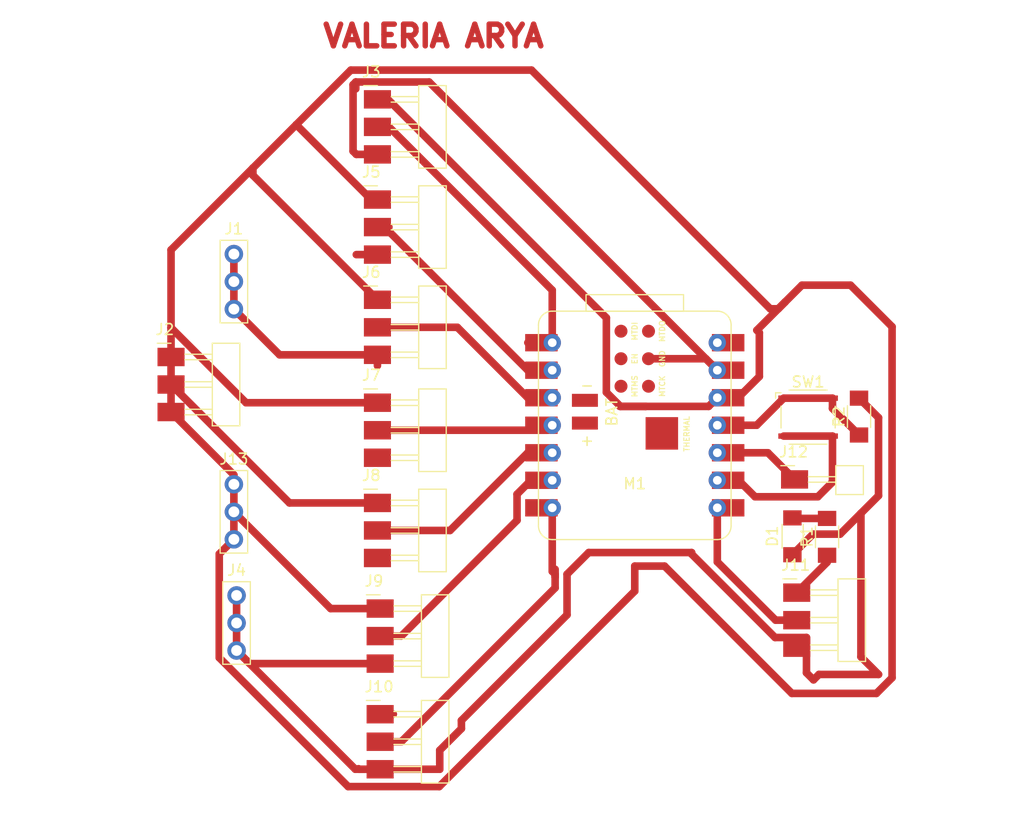
<source format=kicad_pcb>
(kicad_pcb (version 20240108) (generator "pcbnew") (generator_version "8.0")
  (layers (0 "F.Cu" signal) (31 "B.Cu" signal) (34 "B.Paste" user) (35 "F.Paste" user) (36 "B.SilkS" user "B.Silkscreen") (37 "F.SilkS" user "F.Silkscreen") (38 "B.Mask" user) (39 "F.Mask" user) (44 "Edge.Cuts" user))
  (net 0 "")
  (net 1 "PWR_GND")
  (net 2 "Net-(D1-A)")
  (net 3 "PWR_3V3")
  (net 4 "Net-(J3-Pin_2)")
  (net 5 "Net-(J5-Pin_2)")
  (net 6 "Net-(J6-Pin_2)")
  (net 7 "Net-(J7-Pin_2)")
  (net 8 "Net-(J8-Pin_2)")
  (net 9 "Net-(J9-Pin_2)")
  (net 10 "Net-(J10-Pin_2)")
  (net 11 "Net-(J11-Pin_2)")
  (net 12 "Net-(J12-Pin_1)")
  (net 21 "/Button")
  (footprint "fab:SeeedStudio_XIAO_ESP32C3" (layer "F.Cu") (at 86.5 101)
    (property "Reference" "M1" (at 0 5.39 0) (layer "F.SilkS"))
    (property "Value" "Module_XIAO-ESP32C3")
    (fp_line (start -8.8875 9.281) (end -8.8875 -9.261) (stroke (width 0.12)) (layer "F.SilkS"))
    (fp_line (start -7.6175 -10.531) (end 7.6225 -10.531) (stroke (width 0.12)) (layer "F.SilkS"))
    (fp_line (start 7.6225 10.551) (end -7.6175 10.551) (stroke (width 0.12)) (layer "F.SilkS"))
    (fp_line (start 8.8925 -9.261) (end 8.8925 9.281) (stroke (width 0.12)) (layer "F.SilkS"))
    (fp_rect (start -4.4975 -10.531) (end 4.5025 -12.055) (stroke (width 0.12)) (fill none) (layer "F.SilkS"))
    (fp_arc (start -8.8875 -9.261) (mid -8.515526 -10.159026) (end -7.6175 -10.531) (stroke (width 0.12)) (layer "F.SilkS"))
    (fp_arc (start -7.6175 10.551) (mid -8.515526 10.179026) (end -8.8875 9.281) (stroke (width 0.12)) (layer "F.SilkS"))
    (fp_arc (start 7.6225 -10.531) (mid 8.520526 -10.159026) (end 8.8925 -9.261) (stroke (width 0.12)) (layer "F.SilkS"))
    (fp_arc (start 8.8925 9.281) (mid 8.520526 10.179026) (end 7.6225 10.551) (stroke (width 0.12)) (layer "F.SilkS"))
    (fp_text user "MTDO" (at 2.54 -8.68 90) (layer "F.SilkS") (effects (font (size 0.5 0.5) (thickness 0.1) (bold yes))))
    (fp_text user "MTDI" (at 0 -8.68 90) (layer "F.SilkS") (effects (font (size 0.5 0.5) (thickness 0.1) (bold yes))))
    (fp_text user "MTMS" (at 0 -3.6 90) (layer "F.SilkS") (effects (font (size 0.5 0.5) (thickness 0.1) (bold yes))))
    (fp_text user "BAT" (at -2.7 -1.2 90) (layer "F.SilkS") (effects (justify top)))
    (fp_text user "GND" (at 2.54 -6.14 90) (layer "F.SilkS") (effects (font (size 0.5 0.5) (thickness 0.1) (bold yes))))
    (fp_text user "EN" (at 0 -6.14 90) (layer "F.SilkS") (effects (font (size 0.5 0.5) (thickness 0.1) (bold yes))))
    (fp_text user "-" (at -4.4 -3.7 0) (layer "F.SilkS"))
    (fp_text user "+" (at -4.4 1.4 0) (layer "F.SilkS"))
    (fp_text user "MTCK" (at 2.54 -3.6 90) (layer "F.SilkS") (effects (font (size 0.5 0.5) (thickness 0.1) (bold yes))))
    (fp_text user "THERMAL" (at 4.8 0.8 90) (layer "F.SilkS") (effects (font (size 0.5 0.5) (thickness 0.1) (bold yes))))
    (pad "1" thru_hole circle (at -7.615 -7.62) (size 1.6 1.6) (drill 0.8) (layers "*.Cu" "*.Mask") (net 4 "Net-(J3-Pin_2)"))
    (pad "1" smd rect (at -7.615 -7.62) (size 3 1.6) (drill (offset -1 0)) (layers "F.Cu" "F.Paste" "F.Mask") (net 4 "Net-(J3-Pin_2)"))
    (pad "2" thru_hole circle (at -7.615 -5.08) (size 1.6 1.6) (drill 0.8) (layers "*.Cu" "*.Mask") (net 5 "Net-(J5-Pin_2)"))
    (pad "2" smd rect (at -7.615 -5.08) (size 3 1.6) (drill (offset -1 0)) (layers "F.Cu" "F.Paste" "F.Mask") (net 5 "Net-(J5-Pin_2)"))
    (pad "3" thru_hole circle (at -7.615 -2.54) (size 1.6 1.6) (drill 0.8) (layers "*.Cu" "*.Mask") (net 6 "Net-(J6-Pin_2)"))
    (pad "3" smd rect (at -7.615 -2.54) (size 3 1.6) (drill (offset -1 0)) (layers "F.Cu" "F.Paste" "F.Mask") (net 6 "Net-(J6-Pin_2)"))
    (pad "4" thru_hole circle (at -7.615 0) (size 1.6 1.6) (drill 0.8) (layers "*.Cu" "*.Mask") (net 7 "Net-(J7-Pin_2)"))
    (pad "4" smd rect (at -7.615 0) (size 3 1.6) (drill (offset -1 0)) (layers "F.Cu" "F.Paste" "F.Mask") (net 7 "Net-(J7-Pin_2)"))
    (pad "5" thru_hole circle (at -7.615 2.54) (size 1.6 1.6) (drill 0.8) (layers "*.Cu" "*.Mask") (net 8 "Net-(J8-Pin_2)"))
    (pad "5" smd rect (at -7.615 2.54) (size 3 1.6) (drill (offset -1 0)) (layers "F.Cu" "F.Paste" "F.Mask") (net 8 "Net-(J8-Pin_2)"))
    (pad "6" thru_hole circle (at -7.615 5.08) (size 1.6 1.6) (drill 0.8) (layers "*.Cu" "*.Mask") (net 9 "Net-(J9-Pin_2)"))
    (pad "6" smd rect (at -7.615 5.08) (size 3 1.6) (drill (offset -1 0)) (layers "F.Cu" "F.Paste" "F.Mask") (net 9 "Net-(J9-Pin_2)"))
    (pad "7" thru_hole circle (at -7.615 7.62) (size 1.6 1.6) (drill 0.8) (layers "*.Cu" "*.Mask") (net 10 "Net-(J10-Pin_2)"))
    (pad "7" smd rect (at -7.615 7.62) (size 3 1.6) (drill (offset -1 0)) (layers "F.Cu" "F.Paste" "F.Mask") (net 10 "Net-(J10-Pin_2)"))
    (pad "8" thru_hole circle (at 7.62 7.62) (size 1.6 1.6) (drill 0.8) (layers "*.Cu" "*.Mask") (net 11 "Net-(J11-Pin_2)"))
    (pad "8" smd rect (at 7.62 7.62) (size 3 1.6) (drill (offset 1 0)) (layers "F.Cu" "F.Paste" "F.Mask") (net 11 "Net-(J11-Pin_2)"))
    (pad "9" thru_hole circle (at 7.62 5.08) (size 1.6 1.6) (drill 0.8) (layers "*.Cu" "*.Mask") (net 3 "PWR_3V3"))
    (pad "9" smd rect (at 7.62 5.08) (size 3 1.6) (drill (offset 1 0)) (layers "F.Cu" "F.Paste" "F.Mask") (net 3 "PWR_3V3"))
    (pad "10" thru_hole circle (at 7.62 2.54) (size 1.6 1.6) (drill 0.8) (layers "*.Cu" "*.Mask") (net 12 "Net-(J12-Pin_1)"))
    (pad "10" smd rect (at 7.62 2.54) (size 3 1.6) (drill (offset 1 0)) (layers "F.Cu" "F.Paste" "F.Mask") (net 12 "Net-(J12-Pin_1)"))
    (pad "11" thru_hole circle (at 7.62 0) (size 1.6 1.6) (drill 0.8) (layers "*.Cu" "*.Mask") (net 21 "/Button"))
    (pad "11" smd rect (at 7.62 0) (size 3 1.6) (drill (offset 1 0)) (layers "F.Cu" "F.Paste" "F.Mask") (net 21 "/Button"))
    (pad "12" thru_hole circle (at 7.62 -2.54) (size 1.6 1.6) (drill 0.8) (layers "*.Cu" "*.Mask") (net 3 "PWR_3V3"))
    (pad "12" smd rect (at 7.62 -2.54) (size 3 1.6) (drill (offset 1 0)) (layers "F.Cu" "F.Paste" "F.Mask") (net 3 "PWR_3V3"))
    (pad "13" thru_hole circle (at 7.62 -5.08) (size 1.6 1.6) (drill 0.8) (layers "*.Cu" "*.Mask") (net 1 "PWR_GND"))
    (pad "13" smd rect (at 7.62 -5.08) (size 3 1.6) (drill (offset 1 0)) (layers "F.Cu" "F.Paste" "F.Mask") (net 1 "PWR_GND"))
    (pad "14" thru_hole circle (at 7.62 -7.62) (size 1.6 1.6) (drill 0.8) (layers "*.Cu" "*.Mask"))
    (pad "14" smd rect (at 7.62 -7.62) (size 3 1.6) (drill (offset 1 0)) (layers "F.Cu" "F.Paste" "F.Mask"))
    (pad "15" smd rect (at -4.6 -2.3) (size 2.4 1.2) (layers "F.Cu" "F.Paste" "F.Mask"))
    (pad "16" smd rect (at -4.6 -0.2) (size 2.4 1.2) (layers "F.Cu" "F.Paste" "F.Mask"))
    (pad "17" smd circle (at -1.27 -8.68) (size 1.2 1.2) (layers "F.Cu" "F.Paste" "F.Mask"))
    (pad "18" smd circle (at -1.27 -6.14) (size 1.2 1.2) (layers "F.Cu" "F.Paste" "F.Mask"))
    (pad "19" smd circle (at -1.27 -3.6) (size 1.2 1.2) (layers "F.Cu" "F.Paste" "F.Mask"))
    (pad "20" smd circle (at 1.27 -3.6) (size 1.2 1.2) (layers "F.Cu" "F.Paste" "F.Mask"))
    (pad "21" smd circle (at 1.27 -6.14) (size 1.2 1.2) (layers "F.Cu" "F.Paste" "F.Mask") (net 1 "PWR_GND"))
    (pad "22" smd circle (at 1.27 -8.68) (size 1.2 1.2) (layers "F.Cu" "F.Paste" "F.Mask"))
    (pad "23" smd rect (at 2.5 0.75) (size 3 3) (layers "F.Cu" "F.Paste" "F.Mask"))
  )
  (footprint "fab:PinHeader_1x03_P2.54mm_Horizontal_SMD" (layer "F.Cu") (at 62.75 80.17)
    (property "Reference" "J5" (at -1.524 -2.54 180) (layer "F.SilkS") (effects (justify left)))
    (property "Value" "Conn_PinHeader_1x03_P2.54mm_Horizontal_SMD")
    (fp_line (start -1.27 -1.27) (end 0 -1.27) (stroke (width 0.12)) (layer "F.SilkS"))
    (fp_line (start 3.81 -1.27) (end 6.35 -1.27) (stroke (width 0.12)) (layer "F.SilkS"))
    (fp_line (start 3.81 -0.254) (end 1.27 -0.254) (stroke (width 0.12)) (layer "F.SilkS"))
    (fp_line (start 3.81 0.254) (end 1.27 0.254) (stroke (width 0.12)) (layer "F.SilkS"))
    (fp_line (start 3.81 2.286) (end 1.27 2.286) (stroke (width 0.12)) (layer "F.SilkS"))
    (fp_line (start 3.81 2.794) (end 1.27 2.794) (stroke (width 0.12)) (layer "F.SilkS"))
    (fp_line (start 3.81 4.826) (end 1.27 4.826) (stroke (width 0.12)) (layer "F.SilkS"))
    (fp_line (start 3.81 5.334) (end 1.27 5.334) (stroke (width 0.12)) (layer "F.SilkS"))
    (fp_line (start 3.81 6.35) (end 3.81 -1.27) (stroke (width 0.12)) (layer "F.SilkS"))
    (fp_line (start 6.35 -1.27) (end 6.35 6.35) (stroke (width 0.12)) (layer "F.SilkS"))
    (fp_line (start 6.35 6.35) (end 3.81 6.35) (stroke (width 0.12)) (layer "F.SilkS"))
    (pad "1" smd rect (at 0 0) (size 2.5 1.7) (layers "F.Cu" "F.Paste" "F.Mask") (net 3 "PWR_3V3"))
    (pad "2" smd rect (at 0 2.54) (size 2.5 1.7) (layers "F.Cu" "F.Paste" "F.Mask") (net 5 "Net-(J5-Pin_2)"))
    (pad "3" smd rect (at 0 5.08) (size 2.5 1.7) (layers "F.Cu" "F.Paste" "F.Mask") (net 1 "PWR_GND"))
  )
  (footprint "fab:PinHeader_1x03_P2.54mm_Horizontal_SMD" (layer "F.Cu") (at 62.75 70.92)
    (property "Reference" "J3" (at -1.524 -2.54 180) (layer "F.SilkS") (effects (justify left)))
    (property "Value" "Conn_PinHeader_1x03_P2.54mm_Horizontal_SMD")
    (fp_line (start -1.27 -1.27) (end 0 -1.27) (stroke (width 0.12)) (layer "F.SilkS"))
    (fp_line (start 3.81 -1.27) (end 6.35 -1.27) (stroke (width 0.12)) (layer "F.SilkS"))
    (fp_line (start 3.81 -0.254) (end 1.27 -0.254) (stroke (width 0.12)) (layer "F.SilkS"))
    (fp_line (start 3.81 0.254) (end 1.27 0.254) (stroke (width 0.12)) (layer "F.SilkS"))
    (fp_line (start 3.81 2.286) (end 1.27 2.286) (stroke (width 0.12)) (layer "F.SilkS"))
    (fp_line (start 3.81 2.794) (end 1.27 2.794) (stroke (width 0.12)) (layer "F.SilkS"))
    (fp_line (start 3.81 4.826) (end 1.27 4.826) (stroke (width 0.12)) (layer "F.SilkS"))
    (fp_line (start 3.81 5.334) (end 1.27 5.334) (stroke (width 0.12)) (layer "F.SilkS"))
    (fp_line (start 3.81 6.35) (end 3.81 -1.27) (stroke (width 0.12)) (layer "F.SilkS"))
    (fp_line (start 6.35 -1.27) (end 6.35 6.35) (stroke (width 0.12)) (layer "F.SilkS"))
    (fp_line (start 6.35 6.35) (end 3.81 6.35) (stroke (width 0.12)) (layer "F.SilkS"))
    (pad "1" smd rect (at 0 0) (size 2.5 1.7) (layers "F.Cu" "F.Paste" "F.Mask") (net 3 "PWR_3V3"))
    (pad "2" smd rect (at 0 2.54) (size 2.5 1.7) (layers "F.Cu" "F.Paste" "F.Mask") (net 4 "Net-(J3-Pin_2)"))
    (pad "3" smd rect (at 0 5.08) (size 2.5 1.7) (layers "F.Cu" "F.Paste" "F.Mask") (net 1 "PWR_GND"))
  )
  (footprint "fab:PinHeader_1x01_P2.54mm_Horizontal_SMD" (layer "F.Cu") (at 101.25 106)
    (property "Reference" "J12" (at -1.524 -2.54 180) (layer "F.SilkS") (effects (justify left)))
    (property "Value" "Conn_PinHeader_1x01_P2.54mm_Horizontal_SMD")
    (fp_line (start -1.27 -1.27) (end 0 -1.27) (stroke (width 0.12)) (layer "F.SilkS"))
    (fp_line (start 3.81 -1.27) (end 6.35 -1.27) (stroke (width 0.12)) (layer "F.SilkS"))
    (fp_line (start 3.81 -0.254) (end 1.27 -0.254) (stroke (width 0.12)) (layer "F.SilkS"))
    (fp_line (start 3.81 0.254) (end 1.27 0.254) (stroke (width 0.12)) (layer "F.SilkS"))
    (fp_line (start 3.81 1.397) (end 3.81 -1.27) (stroke (width 0.12)) (layer "F.SilkS"))
    (fp_line (start 6.35 -1.27) (end 6.35 1.397) (stroke (width 0.12)) (layer "F.SilkS"))
    (fp_line (start 6.35 1.397) (end 3.81 1.397) (stroke (width 0.12)) (layer "F.SilkS"))
    (pad "1" smd rect (at 0 0) (size 2.5 1.7) (layers "F.Cu" "F.Paste" "F.Mask") (net 12 "Net-(J12-Pin_1)"))
  )
  (footprint "fab:PinHeader_1x03_P2.54mm_Vertical_THT_D1mm" (layer "F.Cu") (at 49.5 106.45)
    (property "Reference" "J13" (at 0 -2.33 0) (layer "F.SilkS"))
    (property "Value" "Conn_PinHeader_1x03_P2.54mm_Vertical_THT_D1mm")
    (fp_line (start -1.27 -1.27) (end -1.27 6.35) (stroke (width 0.12)) (layer "F.SilkS"))
    (fp_line (start -1.27 -1.27) (end 1.27 -1.27) (stroke (width 0.12)) (layer "F.SilkS"))
    (fp_line (start -1.27 6.35) (end 1.27 6.35) (stroke (width 0.12)) (layer "F.SilkS"))
    (fp_line (start 1.27 -1.27) (end 1.27 6.35) (stroke (width 0.12)) (layer "F.SilkS"))
    (pad "1" thru_hole oval (at 0 0) (size 1.7 1.7) (drill 1) (layers "*.Cu" "*.Mask") (net 3 "PWR_3V3"))
    (pad "2" thru_hole oval (at 0 2.54) (size 1.7 1.7) (drill 1) (layers "*.Cu" "*.Mask") (net 3 "PWR_3V3"))
    (pad "3" thru_hole oval (at 0 5.08) (size 1.7 1.7) (drill 1) (layers "*.Cu" "*.Mask") (net 3 "PWR_3V3"))
  )
  (footprint "fab:PinHeader_1x03_P2.54mm_Horizontal_SMD" (layer "F.Cu") (at 62.75 108.17)
    (property "Reference" "J8" (at -1.524 -2.54 180) (layer "F.SilkS") (effects (justify left)))
    (property "Value" "Conn_PinHeader_1x03_P2.54mm_Horizontal_SMD")
    (fp_line (start -1.27 -1.27) (end 0 -1.27) (stroke (width 0.12)) (layer "F.SilkS"))
    (fp_line (start 3.81 -1.27) (end 6.35 -1.27) (stroke (width 0.12)) (layer "F.SilkS"))
    (fp_line (start 3.81 -0.254) (end 1.27 -0.254) (stroke (width 0.12)) (layer "F.SilkS"))
    (fp_line (start 3.81 0.254) (end 1.27 0.254) (stroke (width 0.12)) (layer "F.SilkS"))
    (fp_line (start 3.81 2.286) (end 1.27 2.286) (stroke (width 0.12)) (layer "F.SilkS"))
    (fp_line (start 3.81 2.794) (end 1.27 2.794) (stroke (width 0.12)) (layer "F.SilkS"))
    (fp_line (start 3.81 4.826) (end 1.27 4.826) (stroke (width 0.12)) (layer "F.SilkS"))
    (fp_line (start 3.81 5.334) (end 1.27 5.334) (stroke (width 0.12)) (layer "F.SilkS"))
    (fp_line (start 3.81 6.35) (end 3.81 -1.27) (stroke (width 0.12)) (layer "F.SilkS"))
    (fp_line (start 6.35 -1.27) (end 6.35 6.35) (stroke (width 0.12)) (layer "F.SilkS"))
    (fp_line (start 6.35 6.35) (end 3.81 6.35) (stroke (width 0.12)) (layer "F.SilkS"))
    (pad "1" smd rect (at 0 0) (size 2.5 1.7) (layers "F.Cu" "F.Paste" "F.Mask") (net 3 "PWR_3V3"))
    (pad "2" smd rect (at 0 2.54) (size 2.5 1.7) (layers "F.Cu" "F.Paste" "F.Mask") (net 8 "Net-(J8-Pin_2)"))
    (pad "3" smd rect (at 0 5.08) (size 2.5 1.7) (layers "F.Cu" "F.Paste" "F.Mask") (net 1 "PWR_GND"))
  )
  (footprint "fab:PinHeader_1x03_P2.54mm_Vertical_THT_D1mm" (layer "F.Cu") (at 49.5 85.2)
    (property "Reference" "J1" (at 0 -2.33 0) (layer "F.SilkS"))
    (property "Value" "Conn_PinHeader_1x03_P2.54mm_Vertical_THT_D1mm")
    (fp_line (start -1.27 -1.27) (end -1.27 6.35) (stroke (width 0.12)) (layer "F.SilkS"))
    (fp_line (start -1.27 -1.27) (end 1.27 -1.27) (stroke (width 0.12)) (layer "F.SilkS"))
    (fp_line (start -1.27 6.35) (end 1.27 6.35) (stroke (width 0.12)) (layer "F.SilkS"))
    (fp_line (start 1.27 -1.27) (end 1.27 6.35) (stroke (width 0.12)) (layer "F.SilkS"))
    (pad "1" thru_hole oval (at 0 0) (size 1.7 1.7) (drill 1) (layers "*.Cu" "*.Mask") (net 1 "PWR_GND"))
    (pad "2" thru_hole oval (at 0 2.54) (size 1.7 1.7) (drill 1) (layers "*.Cu" "*.Mask") (net 1 "PWR_GND"))
    (pad "3" thru_hole oval (at 0 5.08) (size 1.7 1.7) (drill 1) (layers "*.Cu" "*.Mask") (net 1 "PWR_GND"))
  )
  (footprint "fab:LED_1206" (layer "F.Cu") (at 101.05 111.25 90)
    (property "Reference" "D1" (at 0 -1.85 -90) (layer "F.SilkS"))
    (property "Value" "LED_1206")
    (fp_line (start -1.1 -0.95) (end 1.1 -0.95) (stroke (width 0.12)) (layer "F.SilkS"))
    (fp_line (start -1.1 1) (end 1.1 1) (stroke (width 0.12)) (layer "F.SilkS"))
    (pad "1" smd rect (at -1.7 0 90) (size 1.4 1.7) (layers "F.Cu" "F.Paste" "F.Mask") (net 1 "PWR_GND"))
    (pad "2" smd rect (at 1.7 0 90) (size 1.4 1.7) (layers "F.Cu" "F.Paste" "F.Mask") (net 2 "Net-(D1-A)"))
  )
  (footprint "fab:PinHeader_1x03_P2.54mm_Horizontal_SMD" (layer "F.Cu") (at 43.7 94.7)
    (property "Reference" "J2" (at -1.524 -2.54 180) (layer "F.SilkS") (effects (justify left)))
    (property "Value" "Conn_PinHeader_1x03_P2.54mm_Horizontal_SMD")
    (fp_line (start -1.27 -1.27) (end 0 -1.27) (stroke (width 0.12)) (layer "F.SilkS"))
    (fp_line (start 3.81 -1.27) (end 6.35 -1.27) (stroke (width 0.12)) (layer "F.SilkS"))
    (fp_line (start 3.81 -0.254) (end 1.27 -0.254) (stroke (width 0.12)) (layer "F.SilkS"))
    (fp_line (start 3.81 0.254) (end 1.27 0.254) (stroke (width 0.12)) (layer "F.SilkS"))
    (fp_line (start 3.81 2.286) (end 1.27 2.286) (stroke (width 0.12)) (layer "F.SilkS"))
    (fp_line (start 3.81 2.794) (end 1.27 2.794) (stroke (width 0.12)) (layer "F.SilkS"))
    (fp_line (start 3.81 4.826) (end 1.27 4.826) (stroke (width 0.12)) (layer "F.SilkS"))
    (fp_line (start 3.81 5.334) (end 1.27 5.334) (stroke (width 0.12)) (layer "F.SilkS"))
    (fp_line (start 3.81 6.35) (end 3.81 -1.27) (stroke (width 0.12)) (layer "F.SilkS"))
    (fp_line (start 6.35 -1.27) (end 6.35 6.35) (stroke (width 0.12)) (layer "F.SilkS"))
    (fp_line (start 6.35 6.35) (end 3.81 6.35) (stroke (width 0.12)) (layer "F.SilkS"))
    (pad "1" smd rect (at 0 0) (size 2.5 1.7) (layers "F.Cu" "F.Paste" "F.Mask") (net 3 "PWR_3V3"))
    (pad "2" smd rect (at 0 2.54) (size 2.5 1.7) (layers "F.Cu" "F.Paste" "F.Mask") (net 3 "PWR_3V3"))
    (pad "3" smd rect (at 0 5.08) (size 2.5 1.7) (layers "F.Cu" "F.Paste" "F.Mask") (net 3 "PWR_3V3"))
  )
  (footprint "fab:PinHeader_1x03_P2.54mm_Horizontal_SMD" (layer "F.Cu") (at 63 127.67)
    (property "Reference" "J10" (at -1.524 -2.54 180) (layer "F.SilkS") (effects (justify left)))
    (property "Value" "Conn_PinHeader_1x03_P2.54mm_Horizontal_SMD")
    (fp_line (start -1.27 -1.27) (end 0 -1.27) (stroke (width 0.12)) (layer "F.SilkS"))
    (fp_line (start 3.81 -1.27) (end 6.35 -1.27) (stroke (width 0.12)) (layer "F.SilkS"))
    (fp_line (start 3.81 -0.254) (end 1.27 -0.254) (stroke (width 0.12)) (layer "F.SilkS"))
    (fp_line (start 3.81 0.254) (end 1.27 0.254) (stroke (width 0.12)) (layer "F.SilkS"))
    (fp_line (start 3.81 2.286) (end 1.27 2.286) (stroke (width 0.12)) (layer "F.SilkS"))
    (fp_line (start 3.81 2.794) (end 1.27 2.794) (stroke (width 0.12)) (layer "F.SilkS"))
    (fp_line (start 3.81 4.826) (end 1.27 4.826) (stroke (width 0.12)) (layer "F.SilkS"))
    (fp_line (start 3.81 5.334) (end 1.27 5.334) (stroke (width 0.12)) (layer "F.SilkS"))
    (fp_line (start 3.81 6.35) (end 3.81 -1.27) (stroke (width 0.12)) (layer "F.SilkS"))
    (fp_line (start 6.35 -1.27) (end 6.35 6.35) (stroke (width 0.12)) (layer "F.SilkS"))
    (fp_line (start 6.35 6.35) (end 3.81 6.35) (stroke (width 0.12)) (layer "F.SilkS"))
    (pad "1" smd rect (at 0 0) (size 2.5 1.7) (layers "F.Cu" "F.Paste" "F.Mask") (net 3 "PWR_3V3"))
    (pad "2" smd rect (at 0 2.54) (size 2.5 1.7) (layers "F.Cu" "F.Paste" "F.Mask") (net 10 "Net-(J10-Pin_2)"))
    (pad "3" smd rect (at 0 5.08) (size 2.5 1.7) (layers "F.Cu" "F.Paste" "F.Mask") (net 1 "PWR_GND"))
  )
  (footprint "fab:PinHeader_1x03_P2.54mm_Horizontal_SMD" (layer "F.Cu") (at 101.45 116.45)
    (property "Reference" "J11" (at -1.524 -2.54 180) (layer "F.SilkS") (effects (justify left)))
    (property "Value" "Conn_PinHeader_1x03_P2.54mm_Horizontal_SMD")
    (fp_line (start -1.27 -1.27) (end 0 -1.27) (stroke (width 0.12)) (layer "F.SilkS"))
    (fp_line (start 3.81 -1.27) (end 6.35 -1.27) (stroke (width 0.12)) (layer "F.SilkS"))
    (fp_line (start 3.81 -0.254) (end 1.27 -0.254) (stroke (width 0.12)) (layer "F.SilkS"))
    (fp_line (start 3.81 0.254) (end 1.27 0.254) (stroke (width 0.12)) (layer "F.SilkS"))
    (fp_line (start 3.81 2.286) (end 1.27 2.286) (stroke (width 0.12)) (layer "F.SilkS"))
    (fp_line (start 3.81 2.794) (end 1.27 2.794) (stroke (width 0.12)) (layer "F.SilkS"))
    (fp_line (start 3.81 4.826) (end 1.27 4.826) (stroke (width 0.12)) (layer "F.SilkS"))
    (fp_line (start 3.81 5.334) (end 1.27 5.334) (stroke (width 0.12)) (layer "F.SilkS"))
    (fp_line (start 3.81 6.35) (end 3.81 -1.27) (stroke (width 0.12)) (layer "F.SilkS"))
    (fp_line (start 6.35 -1.27) (end 6.35 6.35) (stroke (width 0.12)) (layer "F.SilkS"))
    (fp_line (start 6.35 6.35) (end 3.81 6.35) (stroke (width 0.12)) (layer "F.SilkS"))
    (pad "1" smd rect (at 0 0) (size 2.5 1.7) (layers "F.Cu" "F.Paste" "F.Mask") (net 3 "PWR_3V3"))
    (pad "2" smd rect (at 0 2.54) (size 2.5 1.7) (layers "F.Cu" "F.Paste" "F.Mask") (net 11 "Net-(J11-Pin_2)"))
    (pad "3" smd rect (at 0 5.08) (size 2.5 1.7) (layers "F.Cu" "F.Paste" "F.Mask") (net 1 "PWR_GND"))
  )
  (footprint "fab:R_1206" (layer "F.Cu") (at 104.25 111.3 90)
    (property "Reference" "R1" (at 0 -1.85 -90) (layer "F.SilkS"))
    (property "Value" "R_1206")
    (fp_line (start -1 -1.07) (end 1 -1.07) (stroke (width 0.12)) (layer "F.SilkS"))
    (fp_line (start 1 1.07) (end -1 1.07) (stroke (width 0.12)) (layer "F.SilkS"))
    (pad "1" smd rect (at -1.7 0 90) (size 1.4 1.7) (layers "F.Cu" "F.Paste" "F.Mask") (net 3 "PWR_3V3"))
    (pad "2" smd rect (at 1.7 0 90) (size 1.4 1.7) (layers "F.Cu" "F.Paste" "F.Mask") (net 2 "Net-(D1-A)"))
  )
  (footprint "fab:PinHeader_1x03_P2.54mm_Vertical_THT_D1mm" (layer "F.Cu") (at 49.75 116.71)
    (property "Reference" "J4" (at 0 -2.33 0) (layer "F.SilkS"))
    (property "Value" "Conn_PinHeader_1x03_P2.54mm_Vertical_THT_D1mm")
    (fp_line (start -1.27 -1.27) (end -1.27 6.35) (stroke (width 0.12)) (layer "F.SilkS"))
    (fp_line (start -1.27 -1.27) (end 1.27 -1.27) (stroke (width 0.12)) (layer "F.SilkS"))
    (fp_line (start -1.27 6.35) (end 1.27 6.35) (stroke (width 0.12)) (layer "F.SilkS"))
    (fp_line (start 1.27 -1.27) (end 1.27 6.35) (stroke (width 0.12)) (layer "F.SilkS"))
    (pad "1" thru_hole oval (at 0 0) (size 1.7 1.7) (drill 1) (layers "*.Cu" "*.Mask") (net 1 "PWR_GND"))
    (pad "2" thru_hole oval (at 0 2.54) (size 1.7 1.7) (drill 1) (layers "*.Cu" "*.Mask") (net 1 "PWR_GND"))
    (pad "3" thru_hole oval (at 0 5.08) (size 1.7 1.7) (drill 1) (layers "*.Cu" "*.Mask") (net 1 "PWR_GND"))
  )
  (footprint "fab:Button_ESwitch_TL3315NF100Q_4.5x4.5mm" (layer "F.Cu") (at 102.5 100.25)
    (property "Reference" "SW1" (at 0 -3.25 0) (layer "F.SilkS"))
    (property "Value" "Switch_Tactile_ESwitch")
    (fp_line (start -3 -2.25) (end -2.5 -2.25) (stroke (width 0.12)) (layer "F.SilkS"))
    (fp_line (start -3 -1.75) (end -3 -2.25) (stroke (width 0.12)) (layer "F.SilkS"))
    (fp_line (start -2.5 -1) (end -2.5 1) (stroke (width 0.12)) (layer "F.SilkS"))
    (fp_line (start -1.75 -2.5) (end 1.75 -2.5) (stroke (width 0.12)) (layer "F.SilkS"))
    (fp_line (start -1.75 2.5) (end 1.75 2.5) (stroke (width 0.12)) (layer "F.SilkS"))
    (fp_line (start 2.5 -1) (end 2.5 1) (stroke (width 0.12)) (layer "F.SilkS"))
    (pad "1" smd rect (at -2.25 -1.75) (size 1 0.5) (layers "F.Cu" "F.Paste" "F.Mask") (net 21 "/Button"))
    (pad "2" smd rect (at 2.25 -1.75) (size 1 0.5) (layers "F.Cu" "F.Paste" "F.Mask") (net 21 "/Button"))
    (pad "3" smd rect (at -2.25 1.75) (size 1 0.5) (layers "F.Cu" "F.Paste" "F.Mask") (net 3 "PWR_3V3"))
    (pad "4" smd rect (at 2.25 1.75) (size 1 0.5) (layers "F.Cu" "F.Paste" "F.Mask") (net 3 "PWR_3V3"))
  )
  (footprint "fab:PinHeader_1x03_P2.54mm_Horizontal_SMD" (layer "F.Cu") (at 62.75 89.42)
    (property "Reference" "J6" (at -1.524 -2.54 180) (layer "F.SilkS") (effects (justify left)))
    (property "Value" "Conn_PinHeader_1x03_P2.54mm_Horizontal_SMD")
    (fp_line (start -1.27 -1.27) (end 0 -1.27) (stroke (width 0.12)) (layer "F.SilkS"))
    (fp_line (start 3.81 -1.27) (end 6.35 -1.27) (stroke (width 0.12)) (layer "F.SilkS"))
    (fp_line (start 3.81 -0.254) (end 1.27 -0.254) (stroke (width 0.12)) (layer "F.SilkS"))
    (fp_line (start 3.81 0.254) (end 1.27 0.254) (stroke (width 0.12)) (layer "F.SilkS"))
    (fp_line (start 3.81 2.286) (end 1.27 2.286) (stroke (width 0.12)) (layer "F.SilkS"))
    (fp_line (start 3.81 2.794) (end 1.27 2.794) (stroke (width 0.12)) (layer "F.SilkS"))
    (fp_line (start 3.81 4.826) (end 1.27 4.826) (stroke (width 0.12)) (layer "F.SilkS"))
    (fp_line (start 3.81 5.334) (end 1.27 5.334) (stroke (width 0.12)) (layer "F.SilkS"))
    (fp_line (start 3.81 6.35) (end 3.81 -1.27) (stroke (width 0.12)) (layer "F.SilkS"))
    (fp_line (start 6.35 -1.27) (end 6.35 6.35) (stroke (width 0.12)) (layer "F.SilkS"))
    (fp_line (start 6.35 6.35) (end 3.81 6.35) (stroke (width 0.12)) (layer "F.SilkS"))
    (pad "1" smd rect (at 0 0) (size 2.5 1.7) (layers "F.Cu" "F.Paste" "F.Mask") (net 3 "PWR_3V3"))
    (pad "2" smd rect (at 0 2.54) (size 2.5 1.7) (layers "F.Cu" "F.Paste" "F.Mask") (net 6 "Net-(J6-Pin_2)"))
    (pad "3" smd rect (at 0 5.08) (size 2.5 1.7) (layers "F.Cu" "F.Paste" "F.Mask") (net 1 "PWR_GND"))
  )
  (footprint "fab:R_1206" (layer "F.Cu") (at 107.2 100.2 90)
    (property "Reference" "R2" (at 0 -1.85 -90) (layer "F.SilkS"))
    (property "Value" "R_1206")
    (fp_line (start -1 -1.07) (end 1 -1.07) (stroke (width 0.12)) (layer "F.SilkS"))
    (fp_line (start 1 1.07) (end -1 1.07) (stroke (width 0.12)) (layer "F.SilkS"))
    (pad "1" smd rect (at -1.7 0 90) (size 1.4 1.7) (layers "F.Cu" "F.Paste" "F.Mask") (net 21 "/Button"))
    (pad "2" smd rect (at 1.7 0 90) (size 1.4 1.7) (layers "F.Cu" "F.Paste" "F.Mask") (net 1 "PWR_GND"))
  )
  (footprint "fab:PinHeader_1x03_P2.54mm_Horizontal_SMD" (layer "F.Cu") (at 63 117.92)
    (property "Reference" "J9" (at -1.524 -2.54 180) (layer "F.SilkS") (effects (justify left)))
    (property "Value" "Conn_PinHeader_1x03_P2.54mm_Horizontal_SMD")
    (fp_line (start -1.27 -1.27) (end 0 -1.27) (stroke (width 0.12)) (layer "F.SilkS"))
    (fp_line (start 3.81 -1.27) (end 6.35 -1.27) (stroke (width 0.12)) (layer "F.SilkS"))
    (fp_line (start 3.81 -0.254) (end 1.27 -0.254) (stroke (width 0.12)) (layer "F.SilkS"))
    (fp_line (start 3.81 0.254) (end 1.27 0.254) (stroke (width 0.12)) (layer "F.SilkS"))
    (fp_line (start 3.81 2.286) (end 1.27 2.286) (stroke (width 0.12)) (layer "F.SilkS"))
    (fp_line (start 3.81 2.794) (end 1.27 2.794) (stroke (width 0.12)) (layer "F.SilkS"))
    (fp_line (start 3.81 4.826) (end 1.27 4.826) (stroke (width 0.12)) (layer "F.SilkS"))
    (fp_line (start 3.81 5.334) (end 1.27 5.334) (stroke (width 0.12)) (layer "F.SilkS"))
    (fp_line (start 3.81 6.35) (end 3.81 -1.27) (stroke (width 0.12)) (layer "F.SilkS"))
    (fp_line (start 6.35 -1.27) (end 6.35 6.35) (stroke (width 0.12)) (layer "F.SilkS"))
    (fp_line (start 6.35 6.35) (end 3.81 6.35) (stroke (width 0.12)) (layer "F.SilkS"))
    (pad "1" smd rect (at 0 0) (size 2.5 1.7) (layers "F.Cu" "F.Paste" "F.Mask") (net 3 "PWR_3V3"))
    (pad "2" smd rect (at 0 2.54) (size 2.5 1.7) (layers "F.Cu" "F.Paste" "F.Mask") (net 9 "Net-(J9-Pin_2)"))
    (pad "3" smd rect (at 0 5.08) (size 2.5 1.7) (layers "F.Cu" "F.Paste" "F.Mask") (net 1 "PWR_GND"))
  )
  (footprint "fab:PinHeader_1x03_P2.54mm_Horizontal_SMD" (layer "F.Cu") (at 62.75 98.92)
    (property "Reference" "J7" (at -1.524 -2.54 180) (layer "F.SilkS") (effects (justify left)))
    (property "Value" "Conn_PinHeader_1x03_P2.54mm_Horizontal_SMD")
    (fp_line (start -1.27 -1.27) (end 0 -1.27) (stroke (width 0.12)) (layer "F.SilkS"))
    (fp_line (start 3.81 -1.27) (end 6.35 -1.27) (stroke (width 0.12)) (layer "F.SilkS"))
    (fp_line (start 3.81 -0.254) (end 1.27 -0.254) (stroke (width 0.12)) (layer "F.SilkS"))
    (fp_line (start 3.81 0.254) (end 1.27 0.254) (stroke (width 0.12)) (layer "F.SilkS"))
    (fp_line (start 3.81 2.286) (end 1.27 2.286) (stroke (width 0.12)) (layer "F.SilkS"))
    (fp_line (start 3.81 2.794) (end 1.27 2.794) (stroke (width 0.12)) (layer "F.SilkS"))
    (fp_line (start 3.81 4.826) (end 1.27 4.826) (stroke (width 0.12)) (layer "F.SilkS"))
    (fp_line (start 3.81 5.334) (end 1.27 5.334) (stroke (width 0.12)) (layer "F.SilkS"))
    (fp_line (start 3.81 6.35) (end 3.81 -1.27) (stroke (width 0.12)) (layer "F.SilkS"))
    (fp_line (start 6.35 -1.27) (end 6.35 6.35) (stroke (width 0.12)) (layer "F.SilkS"))
    (fp_line (start 6.35 6.35) (end 3.81 6.35) (stroke (width 0.12)) (layer "F.SilkS"))
    (pad "1" smd rect (at 0 0) (size 2.5 1.7) (layers "F.Cu" "F.Paste" "F.Mask") (net 3 "PWR_3V3"))
    (pad "2" smd rect (at 0 2.54) (size 2.5 1.7) (layers "F.Cu" "F.Paste" "F.Mask") (net 7 "Net-(J7-Pin_2)"))
    (pad "3" smd rect (at 0 5.08) (size 2.5 1.7) (layers "F.Cu" "F.Paste" "F.Mask") (net 1 "PWR_GND"))
  )
  (gr_text "VALERIA ARYA" (at 57.5 66.25 0) (layer "F.Cu") (effects (font (size 2 2) (thickness 0.5) (bold yes)) (justify left bottom)))
  (segment (start 63 132.75) (end 61.05 132.75) (width 0.7) (layer "F.Cu") (net 1))
  (segment (start 102.35 123.85) (end 103 124.5) (width 0.7) (layer "F.Cu") (net 1))
  (segment (start 68.5 131) (end 70.5 129) (width 0.7) (layer "F.Cu") (net 1))
  (segment (start 62.75 94.5) (end 62.75 95.5) (width 0.7) (layer "F.Cu") (net 1))
  (segment (start 70.5 128.25) (end 80.25 118.5) (width 0.7) (layer "F.Cu") (net 1))
  (segment (start 107.375 109.125) (end 107.375 122.375) (width 0.7) (layer "F.Cu") (net 1))
  (segment (start 99.45 120.59) (end 102.35 120.59) (width 0.7) (layer "F.Cu") (net 1))
  (segment (start 103.5 124) (end 109 124) (width 0.7) (layer "F.Cu") (net 1))
  (segment (start 61.05 132.75) (end 61 132.7) (width 0.7) (layer "F.Cu") (net 1))
  (segment (start 101.05 112.95) (end 102.95 111.05) (width 0.7) (layer "F.Cu") (net 1))
  (segment (start 103 124.5) (end 103.5 124) (width 0.7) (layer "F.Cu") (net 1))
  (segment (start 94.12 95.92) (end 67.52 69.32) (width 0.7) (layer "F.Cu") (net 1))
  (segment (start 105.45 111.05) (end 107.375 109.125) (width 0.7) (layer "F.Cu") (net 1))
  (segment (start 109 100.3) (end 107.2 98.5) (width 0.7) (layer "F.Cu") (net 1))
  (segment (start 80.25 118.5) (end 80.25 114.75) (width 0.7) (layer "F.Cu") (net 1))
  (segment (start 60.8 76) (end 62.75 76) (width 0.7) (layer "F.Cu") (net 1))
  (segment (start 67.52 69.32) (end 60.75 69.32) (width 0.7) (layer "F.Cu") (net 1))
  (segment (start 62.75 94.5) (end 53.72 94.5) (width 0.7) (layer "F.Cu") (net 1))
  (segment (start 91.75 112.89) (end 99.45 120.59) (width 0.7) (layer "F.Cu") (net 1))
  (segment (start 60.5 69.57) (end 60.75 69.32) (width 0.7) (layer "F.Cu") (net 1))
  (segment (start 91.75 112.75) (end 91.75 112.89) (width 0.7) (layer "F.Cu") (net 1))
  (segment (start 60.5 75.7) (end 60.8 76) (width 0.7) (layer "F.Cu") (net 1))
  (segment (start 60.75 69.95) (end 60.75 69.32) (width 0.7) (layer "F.Cu") (net 1))
  (segment (start 49.75 121.79) (end 60.71 132.75) (width 0.7) (layer "F.Cu") (net 1))
  (segment (start 80.25 114.75) (end 82.25 112.75) (width 0.7) (layer "F.Cu") (net 1))
  (segment (start 102.35 120.59) (end 102.35 123.85) (width 0.7) (layer "F.Cu") (net 1))
  (segment (start 60.5 75.7) (end 60.5 69.57) (width 0.7) (layer "F.Cu") (net 1))
  (segment (start 53.72 94.5) (end 49.5 90.28) (width 0.7) (layer "F.Cu") (net 1))
  (segment (start 49.5 85.2) (end 49.5 90.28) (width 0.7) (layer "F.Cu") (net 1))
  (segment (start 62.75 85.25) (end 60.8 85.25) (width 0.7) (layer "F.Cu") (net 1))
  (segment (start 60.71 132.75) (end 63 132.75) (width 0.7) (layer "F.Cu") (net 1))
  (segment (start 70.5 129) (end 70.5 128.25) (width 0.7) (layer "F.Cu") (net 1))
  (segment (start 68.5 132.75) (end 68.5 131) (width 0.7) (layer "F.Cu") (net 1))
  (segment (start 82.25 112.75) (end 91.75 112.75) (width 0.7) (layer "F.Cu") (net 1))
  (segment (start 63 132.75) (end 68.5 132.75) (width 0.7) (layer "F.Cu") (net 1))
  (segment (start 93.06 94.86) (end 94.12 95.92) (width 0.7) (layer "F.Cu") (net 1))
  (segment (start 107.375 122.375) (end 109 124) (width 0.7) (layer "F.Cu") (net 1))
  (segment (start 109 107.5) (end 109 100.3) (width 0.7) (layer "F.Cu") (net 1))
  (segment (start 49.75 121.79) (end 49.75 116.71) (width 0.7) (layer "F.Cu") (net 1))
  (segment (start 102.95 111.05) (end 105.45 111.05) (width 0.7) (layer "F.Cu") (net 1))
  (segment (start 50.96 123) (end 49.75 121.79) (width 0.7) (layer "F.Cu") (net 1))
  (segment (start 87.77 94.86) (end 93.06 94.86) (width 0.7) (layer "F.Cu") (net 1))
  (segment (start 63 123) (end 50.96 123) (width 0.7) (layer "F.Cu") (net 1))
  (segment (start 107.375 109.125) (end 109 107.5) (width 0.7) (layer "F.Cu") (net 1))
  (segment (start 101.1 109.6) (end 101.05 109.55) (width 0.7) (layer "F.Cu") (net 2))
  (segment (start 104.25 109.6) (end 101.1 109.6) (width 0.7) (layer "F.Cu") (net 2))
  (segment (start 104.25 113.65) (end 101.45 116.45) (width 0.7) (layer "F.Cu") (net 3))
  (segment (start 49.5 105.58) (end 43.7 99.78) (width 0.7) (layer "F.Cu") (net 3))
  (segment (start 108.805635 125.75) (end 101 125.75) (width 0.7) (layer "F.Cu") (net 3))
  (segment (start 104.75 106.25) (end 103.4 107.6) (width 0.7) (layer "F.Cu") (net 3))
  (segment (start 49.5 111.53) (end 49.5 105.58) (width 0.7) (layer "F.Cu") (net 3))
  (segment (start 104.75 102) (end 100.25 102) (width 0.7) (layer "F.Cu") (net 3))
  (segment (start 62.75 80.17) (end 62.17 80.17) (width 0.7) (layer "F.Cu") (net 3))
  (segment (start 85.18081 99.259999) (end 87.5 99.259999) (width 0.7) (layer "F.Cu") (net 3))
  (segment (start 43.7 84.814366) (end 51.257183 77.257183) (width 0.7) (layer "F.Cu") (net 3))
  (segment (start 51.257183 77.257183) (end 55.257183 73.257183) (width 0.7) (layer "F.Cu") (net 3))
  (segment (start 43.7 99.78) (end 43.7 94.7) (width 0.7) (layer "F.Cu") (net 3))
  (segment (start 89.25 114) (end 86.5 114) (width 0.7) (layer "F.Cu") (net 3))
  (segment (start 48.15 112.88) (end 49.5 111.53) (width 0.7) (layer "F.Cu") (net 3))
  (segment (start 51.257183 77.927183) (end 51.257183 77.257183) (width 0.7) (layer "F.Cu") (net 3))
  (segment (start 43.7 94.7) (end 43.7 92) (width 0.7) (layer "F.Cu") (net 3))
  (segment (start 58.43 117.92) (end 49.5 108.99) (width 0.7) (layer "F.Cu") (net 3))
  (segment (start 85.109999 99.259999) (end 87.5 99.259999) (width 0.7) (layer "F.Cu") (net 3))
  (segment (start 100.375 89.625) (end 101.93 88.07) (width 0.7) (layer "F.Cu") (net 3))
  (segment (start 62.75 70.92) (end 63.715635 70.92) (width 0.7) (layer "F.Cu") (net 3))
  (segment (start 83.88 97.959189) (end 85.18081 99.259999) (width 0.7) (layer "F.Cu") (net 3))
  (segment (start 64.218732 127.67) (end 63 127.67) (width 0.7) (layer "F.Cu") (net 3))
  (segment (start 86.5 116.305635) (end 68.455635 134.35) (width 0.7) (layer "F.Cu") (net 3))
  (segment (start 96.17 106.08) (end 94.12 106.08) (width 0.7) (layer "F.Cu") (net 3))
  (segment (start 99.75 90.25) (end 100.375 89.625) (width 0.7) (layer "F.Cu") (net 3))
  (segment (start 98 96.5) (end 98 92.46) (width 0.7) (layer "F.Cu") (net 3))
  (segment (start 63.715635 70.92) (end 83.88 91.084365) (width 0.7) (layer "F.Cu") (net 3))
  (segment (start 50.62 98.92) (end 43.7 92) (width 0.7) (layer "F.Cu") (net 3))
  (segment (start 87.5 99.259999) (end 93.320001 99.259999) (width 0.7) (layer "F.Cu") (net 3))
  (segment (start 68.455635 134.35) (end 60.047258 134.35) (width 0.7) (layer "F.Cu") (net 3))
  (segment (start 96.04 98.46) (end 98 96.5) (width 0.7) (layer "F.Cu") (net 3))
  (segment (start 101 125.75) (end 89.25 114) (width 0.7) (layer "F.Cu") (net 3))
  (segment (start 97.6 107.6) (end 96.08 106.08) (width 0.7) (layer "F.Cu") (net 3))
  (segment (start 110.25 91.907258) (end 110.25 124.305635) (width 0.7) (layer "F.Cu") (net 3))
  (segment (start 60.047258 134.35) (end 48.15 122.452742) (width 0.7) (layer "F.Cu") (net 3))
  (segment (start 97.77 92.23) (end 100.375 89.625) (width 0.7) (layer "F.Cu") (net 3))
  (segment (start 94.12 98.46) (end 96.04 98.46) (width 0.7) (layer "F.Cu") (net 3))
  (segment (start 76.97 68.22) (end 99 90.25) (width 0.7) (layer "F.Cu") (net 3))
  (segment (start 62.17 80.17) (end 55.257183 73.257183) (width 0.7) (layer "F.Cu") (net 3))
  (segment (start 99 90.25) (end 99.75 90.25) (width 0.7) (layer "F.Cu") (net 3))
  (segment (start 93.320001 99.259999) (end 94.12 98.46) (width 0.7) (layer "F.Cu") (net 3))
  (segment (start 55.257183 73.257183) (end 60.294366 68.22) (width 0.7) (layer "F.Cu") (net 3))
  (segment (start 104.75 102) (end 104.75 106.25) (width 0.7) (layer "F.Cu") (net 3))
  (segment (start 62.75 89.42) (end 51.257183 77.927183) (width 0.7) (layer "F.Cu") (net 3))
  (segment (start 63 117.92) (end 58.43 117.92) (width 0.7) (layer "F.Cu") (net 3))
  (segment (start 62.75 108.17) (end 54.63 108.17) (width 0.7) (layer "F.Cu") (net 3))
  (segment (start 86.5 114) (end 86.5 116.305635) (width 0.7) (layer "F.Cu") (net 3))
  (segment (start 83.88 91.084365) (end 83.88 97.959189) (width 0.7) (layer "F.Cu") (net 3))
  (segment (start 110.25 124.305635) (end 108.805635 125.75) (width 0.7) (layer "F.Cu") (net 3))
  (segment (start 104.25 113) (end 104.25 113.65) (width 0.7) (layer "F.Cu") (net 3))
  (segment (start 103.4 107.6) (end 97.6 107.6) (width 0.7) (layer "F.Cu") (net 3))
  (segment (start 98 92.46) (end 97.77 92.23) (width 0.7) (layer "F.Cu") (net 3))
  (segment (start 96.08 106.08) (end 94.12 106.08) (width 0.7) (layer "F.Cu") (net 3))
  (segment (start 101.93 88.07) (end 106.412742 88.07) (width 0.7) (layer "F.Cu") (net 3))
  (segment (start 54.63 108.17) (end 43.7 97.24) (width 0.7) (layer "F.Cu") (net 3))
  (segment (start 48.15 122.452742) (end 48.15 112.88) (width 0.7) (layer "F.Cu") (net 3))
  (segment (start 60.294366 68.22) (end 76.97 68.22) (width 0.7) (layer "F.Cu") (net 3))
  (segment (start 62.75 98.92) (end 50.62 98.92) (width 0.7) (layer "F.Cu") (net 3))
  (segment (start 43.7 92) (end 43.7 84.814366) (width 0.7) (layer "F.Cu") (net 3))
  (segment (start 106.412742 88.07) (end 110.25 91.907258) (width 0.7) (layer "F.Cu") (net 3))
  (segment (start 62.75 73.46) (end 63.81 73.46) (width 0.7) (layer "F.Cu") (net 4))
  (segment (start 63.81 73.46) (end 78.885 88.535) (width 0.7) (layer "F.Cu") (net 4))
  (segment (start 78.885 88.535) (end 78.885 93.38) (width 0.7) (layer "F.Cu") (net 4))
  (segment (start 76.63 93.38) (end 78.885 93.38) (width 0.7) (layer "F.Cu") (net 4))
  (segment (start 62.75 82.71) (end 63.415 82.71) (width 0.7) (layer "F.Cu") (net 5))
  (segment (start 62.75 82.71) (end 63.81 82.71) (width 0.7) (layer "F.Cu") (net 5))
  (segment (start 76.625 95.92) (end 78.885 95.92) (width 0.7) (layer "F.Cu") (net 5))
  (segment (start 63.415 82.71) (end 76.625 95.92) (width 0.7) (layer "F.Cu") (net 5))
  (segment (start 62.75 91.96) (end 70.125 91.96) (width 0.7) (layer "F.Cu") (net 6))
  (segment (start 76.625 98.46) (end 78.885 98.46) (width 0.7) (layer "F.Cu") (net 6))
  (segment (start 70.125 91.96) (end 76.625 98.46) (width 0.7) (layer "F.Cu") (net 6))
  (segment (start 78.425 101.46) (end 78.885 101) (width 0.7) (layer "F.Cu") (net 7))
  (segment (start 62.75 101.46) (end 78.425 101.46) (width 0.7) (layer "F.Cu") (net 7))
  (segment (start 76.625 103.54) (end 78.885 103.54) (width 0.7) (layer "F.Cu") (net 8))
  (segment (start 62.75 110.71) (end 69.455 110.71) (width 0.7) (layer "F.Cu") (net 8))
  (segment (start 69.455 110.71) (end 76.625 103.54) (width 0.7) (layer "F.Cu") (net 8))
  (segment (start 75.635 109.775) (end 75.635 107.365) (width 0.7) (layer "F.Cu") (net 9))
  (segment (start 75.635 107.365) (end 76.92 106.08) (width 0.7) (layer "F.Cu") (net 9))
  (segment (start 63 120.46) (end 64.95 120.46) (width 0.7) (layer "F.Cu") (net 9))
  (segment (start 76.92 106.08) (end 78.885 106.08) (width 0.7) (layer "F.Cu") (net 9))
  (segment (start 64.95 120.46) (end 75.635 109.775) (width 0.7) (layer "F.Cu") (net 9))
  (segment (start 79.15 115) (end 79.15 114.294366) (width 0.7) (layer "F.Cu") (net 10))
  (segment (start 79.15 114.75) (end 78.885 114.485) (width 0.7) (layer "F.Cu") (net 10))
  (segment (start 79.15 116.01) (end 79.15 115) (width 0.7) (layer "F.Cu") (net 10))
  (segment (start 79.15 115) (end 79.15 114.75) (width 0.7) (layer "F.Cu") (net 10))
  (segment (start 64.95 130.21) (end 79.15 116.01) (width 0.7) (layer "F.Cu") (net 10))
  (segment (start 78.885 114.485) (end 78.885 108.62) (width 0.7) (layer "F.Cu") (net 10))
  (segment (start 63 130.21) (end 64.95 130.21) (width 0.7) (layer "F.Cu") (net 10))
  (segment (start 99.5 118.99) (end 94.12 113.61) (width 0.7) (layer "F.Cu") (net 11))
  (segment (start 101.45 118.99) (end 99.5 118.99) (width 0.7) (layer "F.Cu") (net 11))
  (segment (start 94.12 113.61) (end 94.12 108.62) (width 0.7) (layer "F.Cu") (net 11))
  (segment (start 101.25 106) (end 98.79 103.54) (width 0.7) (layer "F.Cu") (net 12))
  (segment (start 98.79 103.54) (end 94.12 103.54) (width 0.7) (layer "F.Cu") (net 12))
  (segment (start 104.75 98.5) (end 100.25 98.5) (width 0.7) (layer "F.Cu") (net 21))
  (segment (start 97.75 101) (end 94.12 101) (width 0.7) (layer "F.Cu") (net 21))
  (segment (start 104.75 99.45) (end 107.2 101.9) (width 0.7) (layer "F.Cu") (net 21))
  (segment (start 104.75 98.5) (end 104.75 99.45) (width 0.7) (layer "F.Cu") (net 21))
  (segment (start 100.25 98.5) (end 97.75 101) (width 0.7) (layer "F.Cu") (net 21))
)
</source>
